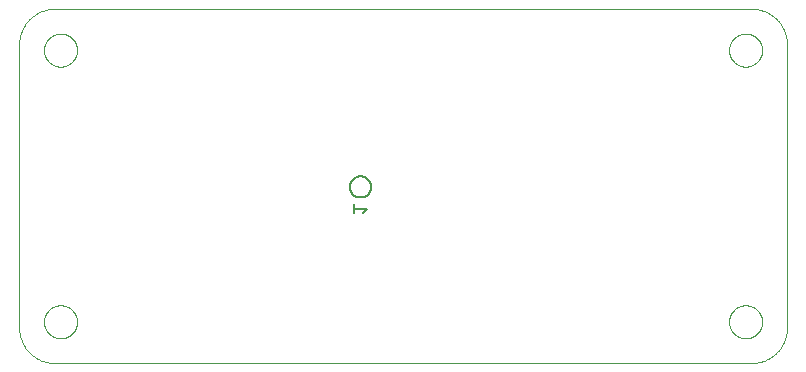
<source format=gbo>
G75*
%MOIN*%
%OFA0B0*%
%FSLAX25Y25*%
%IPPOS*%
%LPD*%
%AMOC8*
5,1,8,0,0,1.08239X$1,22.5*
%
%ADD10C,0.00000*%
%ADD11C,0.00500*%
D10*
X0016811Y0006117D02*
X0249094Y0006117D01*
X0249379Y0006120D01*
X0249665Y0006131D01*
X0249950Y0006148D01*
X0250234Y0006172D01*
X0250518Y0006203D01*
X0250801Y0006241D01*
X0251082Y0006286D01*
X0251363Y0006337D01*
X0251643Y0006395D01*
X0251921Y0006460D01*
X0252197Y0006532D01*
X0252471Y0006610D01*
X0252744Y0006695D01*
X0253014Y0006787D01*
X0253282Y0006885D01*
X0253548Y0006989D01*
X0253811Y0007100D01*
X0254071Y0007217D01*
X0254329Y0007340D01*
X0254583Y0007470D01*
X0254834Y0007606D01*
X0255082Y0007747D01*
X0255326Y0007895D01*
X0255567Y0008048D01*
X0255803Y0008208D01*
X0256036Y0008373D01*
X0256265Y0008543D01*
X0256490Y0008719D01*
X0256710Y0008901D01*
X0256926Y0009087D01*
X0257137Y0009279D01*
X0257344Y0009476D01*
X0257546Y0009678D01*
X0257743Y0009885D01*
X0257935Y0010096D01*
X0258121Y0010312D01*
X0258303Y0010532D01*
X0258479Y0010757D01*
X0258649Y0010986D01*
X0258814Y0011219D01*
X0258974Y0011455D01*
X0259127Y0011696D01*
X0259275Y0011940D01*
X0259416Y0012188D01*
X0259552Y0012439D01*
X0259682Y0012693D01*
X0259805Y0012951D01*
X0259922Y0013211D01*
X0260033Y0013474D01*
X0260137Y0013740D01*
X0260235Y0014008D01*
X0260327Y0014278D01*
X0260412Y0014551D01*
X0260490Y0014825D01*
X0260562Y0015101D01*
X0260627Y0015379D01*
X0260685Y0015659D01*
X0260736Y0015940D01*
X0260781Y0016221D01*
X0260819Y0016504D01*
X0260850Y0016788D01*
X0260874Y0017072D01*
X0260891Y0017357D01*
X0260902Y0017643D01*
X0260905Y0017928D01*
X0260906Y0017928D02*
X0260906Y0112416D01*
X0260905Y0112416D02*
X0260902Y0112701D01*
X0260891Y0112987D01*
X0260874Y0113272D01*
X0260850Y0113556D01*
X0260819Y0113840D01*
X0260781Y0114123D01*
X0260736Y0114404D01*
X0260685Y0114685D01*
X0260627Y0114965D01*
X0260562Y0115243D01*
X0260490Y0115519D01*
X0260412Y0115793D01*
X0260327Y0116066D01*
X0260235Y0116336D01*
X0260137Y0116604D01*
X0260033Y0116870D01*
X0259922Y0117133D01*
X0259805Y0117393D01*
X0259682Y0117651D01*
X0259552Y0117905D01*
X0259416Y0118156D01*
X0259275Y0118404D01*
X0259127Y0118648D01*
X0258974Y0118889D01*
X0258814Y0119125D01*
X0258649Y0119358D01*
X0258479Y0119587D01*
X0258303Y0119812D01*
X0258121Y0120032D01*
X0257935Y0120248D01*
X0257743Y0120459D01*
X0257546Y0120666D01*
X0257344Y0120868D01*
X0257137Y0121065D01*
X0256926Y0121257D01*
X0256710Y0121443D01*
X0256490Y0121625D01*
X0256265Y0121801D01*
X0256036Y0121971D01*
X0255803Y0122136D01*
X0255567Y0122296D01*
X0255326Y0122449D01*
X0255082Y0122597D01*
X0254834Y0122738D01*
X0254583Y0122874D01*
X0254329Y0123004D01*
X0254071Y0123127D01*
X0253811Y0123244D01*
X0253548Y0123355D01*
X0253282Y0123459D01*
X0253014Y0123557D01*
X0252744Y0123649D01*
X0252471Y0123734D01*
X0252197Y0123812D01*
X0251921Y0123884D01*
X0251643Y0123949D01*
X0251363Y0124007D01*
X0251082Y0124058D01*
X0250801Y0124103D01*
X0250518Y0124141D01*
X0250234Y0124172D01*
X0249950Y0124196D01*
X0249665Y0124213D01*
X0249379Y0124224D01*
X0249094Y0124227D01*
X0016811Y0124227D01*
X0016526Y0124224D01*
X0016240Y0124213D01*
X0015955Y0124196D01*
X0015671Y0124172D01*
X0015387Y0124141D01*
X0015104Y0124103D01*
X0014823Y0124058D01*
X0014542Y0124007D01*
X0014262Y0123949D01*
X0013984Y0123884D01*
X0013708Y0123812D01*
X0013434Y0123734D01*
X0013161Y0123649D01*
X0012891Y0123557D01*
X0012623Y0123459D01*
X0012357Y0123355D01*
X0012094Y0123244D01*
X0011834Y0123127D01*
X0011576Y0123004D01*
X0011322Y0122874D01*
X0011071Y0122738D01*
X0010823Y0122597D01*
X0010579Y0122449D01*
X0010338Y0122296D01*
X0010102Y0122136D01*
X0009869Y0121971D01*
X0009640Y0121801D01*
X0009415Y0121625D01*
X0009195Y0121443D01*
X0008979Y0121257D01*
X0008768Y0121065D01*
X0008561Y0120868D01*
X0008359Y0120666D01*
X0008162Y0120459D01*
X0007970Y0120248D01*
X0007784Y0120032D01*
X0007602Y0119812D01*
X0007426Y0119587D01*
X0007256Y0119358D01*
X0007091Y0119125D01*
X0006931Y0118889D01*
X0006778Y0118648D01*
X0006630Y0118404D01*
X0006489Y0118156D01*
X0006353Y0117905D01*
X0006223Y0117651D01*
X0006100Y0117393D01*
X0005983Y0117133D01*
X0005872Y0116870D01*
X0005768Y0116604D01*
X0005670Y0116336D01*
X0005578Y0116066D01*
X0005493Y0115793D01*
X0005415Y0115519D01*
X0005343Y0115243D01*
X0005278Y0114965D01*
X0005220Y0114685D01*
X0005169Y0114404D01*
X0005124Y0114123D01*
X0005086Y0113840D01*
X0005055Y0113556D01*
X0005031Y0113272D01*
X0005014Y0112987D01*
X0005003Y0112701D01*
X0005000Y0112416D01*
X0005000Y0017928D01*
X0005003Y0017643D01*
X0005014Y0017357D01*
X0005031Y0017072D01*
X0005055Y0016788D01*
X0005086Y0016504D01*
X0005124Y0016221D01*
X0005169Y0015940D01*
X0005220Y0015659D01*
X0005278Y0015379D01*
X0005343Y0015101D01*
X0005415Y0014825D01*
X0005493Y0014551D01*
X0005578Y0014278D01*
X0005670Y0014008D01*
X0005768Y0013740D01*
X0005872Y0013474D01*
X0005983Y0013211D01*
X0006100Y0012951D01*
X0006223Y0012693D01*
X0006353Y0012439D01*
X0006489Y0012188D01*
X0006630Y0011940D01*
X0006778Y0011696D01*
X0006931Y0011455D01*
X0007091Y0011219D01*
X0007256Y0010986D01*
X0007426Y0010757D01*
X0007602Y0010532D01*
X0007784Y0010312D01*
X0007970Y0010096D01*
X0008162Y0009885D01*
X0008359Y0009678D01*
X0008561Y0009476D01*
X0008768Y0009279D01*
X0008979Y0009087D01*
X0009195Y0008901D01*
X0009415Y0008719D01*
X0009640Y0008543D01*
X0009869Y0008373D01*
X0010102Y0008208D01*
X0010338Y0008048D01*
X0010579Y0007895D01*
X0010823Y0007747D01*
X0011071Y0007606D01*
X0011322Y0007470D01*
X0011576Y0007340D01*
X0011834Y0007217D01*
X0012094Y0007100D01*
X0012357Y0006989D01*
X0012623Y0006885D01*
X0012891Y0006787D01*
X0013161Y0006695D01*
X0013434Y0006610D01*
X0013708Y0006532D01*
X0013984Y0006460D01*
X0014262Y0006395D01*
X0014542Y0006337D01*
X0014823Y0006286D01*
X0015104Y0006241D01*
X0015387Y0006203D01*
X0015671Y0006172D01*
X0015955Y0006148D01*
X0016240Y0006131D01*
X0016526Y0006120D01*
X0016811Y0006117D01*
X0013268Y0019896D02*
X0013270Y0020044D01*
X0013276Y0020192D01*
X0013286Y0020340D01*
X0013300Y0020487D01*
X0013318Y0020634D01*
X0013339Y0020780D01*
X0013365Y0020926D01*
X0013395Y0021071D01*
X0013428Y0021215D01*
X0013466Y0021358D01*
X0013507Y0021500D01*
X0013552Y0021641D01*
X0013600Y0021781D01*
X0013653Y0021920D01*
X0013709Y0022057D01*
X0013769Y0022192D01*
X0013832Y0022326D01*
X0013899Y0022458D01*
X0013970Y0022588D01*
X0014044Y0022716D01*
X0014121Y0022842D01*
X0014202Y0022966D01*
X0014286Y0023088D01*
X0014373Y0023207D01*
X0014464Y0023324D01*
X0014558Y0023439D01*
X0014654Y0023551D01*
X0014754Y0023661D01*
X0014856Y0023767D01*
X0014962Y0023871D01*
X0015070Y0023972D01*
X0015181Y0024070D01*
X0015294Y0024166D01*
X0015410Y0024258D01*
X0015528Y0024347D01*
X0015649Y0024432D01*
X0015772Y0024515D01*
X0015897Y0024594D01*
X0016024Y0024670D01*
X0016153Y0024742D01*
X0016284Y0024811D01*
X0016417Y0024876D01*
X0016552Y0024937D01*
X0016688Y0024995D01*
X0016825Y0025050D01*
X0016964Y0025100D01*
X0017105Y0025147D01*
X0017246Y0025190D01*
X0017389Y0025230D01*
X0017533Y0025265D01*
X0017677Y0025297D01*
X0017823Y0025324D01*
X0017969Y0025348D01*
X0018116Y0025368D01*
X0018263Y0025384D01*
X0018410Y0025396D01*
X0018558Y0025404D01*
X0018706Y0025408D01*
X0018854Y0025408D01*
X0019002Y0025404D01*
X0019150Y0025396D01*
X0019297Y0025384D01*
X0019444Y0025368D01*
X0019591Y0025348D01*
X0019737Y0025324D01*
X0019883Y0025297D01*
X0020027Y0025265D01*
X0020171Y0025230D01*
X0020314Y0025190D01*
X0020455Y0025147D01*
X0020596Y0025100D01*
X0020735Y0025050D01*
X0020872Y0024995D01*
X0021008Y0024937D01*
X0021143Y0024876D01*
X0021276Y0024811D01*
X0021407Y0024742D01*
X0021536Y0024670D01*
X0021663Y0024594D01*
X0021788Y0024515D01*
X0021911Y0024432D01*
X0022032Y0024347D01*
X0022150Y0024258D01*
X0022266Y0024166D01*
X0022379Y0024070D01*
X0022490Y0023972D01*
X0022598Y0023871D01*
X0022704Y0023767D01*
X0022806Y0023661D01*
X0022906Y0023551D01*
X0023002Y0023439D01*
X0023096Y0023324D01*
X0023187Y0023207D01*
X0023274Y0023088D01*
X0023358Y0022966D01*
X0023439Y0022842D01*
X0023516Y0022716D01*
X0023590Y0022588D01*
X0023661Y0022458D01*
X0023728Y0022326D01*
X0023791Y0022192D01*
X0023851Y0022057D01*
X0023907Y0021920D01*
X0023960Y0021781D01*
X0024008Y0021641D01*
X0024053Y0021500D01*
X0024094Y0021358D01*
X0024132Y0021215D01*
X0024165Y0021071D01*
X0024195Y0020926D01*
X0024221Y0020780D01*
X0024242Y0020634D01*
X0024260Y0020487D01*
X0024274Y0020340D01*
X0024284Y0020192D01*
X0024290Y0020044D01*
X0024292Y0019896D01*
X0024290Y0019748D01*
X0024284Y0019600D01*
X0024274Y0019452D01*
X0024260Y0019305D01*
X0024242Y0019158D01*
X0024221Y0019012D01*
X0024195Y0018866D01*
X0024165Y0018721D01*
X0024132Y0018577D01*
X0024094Y0018434D01*
X0024053Y0018292D01*
X0024008Y0018151D01*
X0023960Y0018011D01*
X0023907Y0017872D01*
X0023851Y0017735D01*
X0023791Y0017600D01*
X0023728Y0017466D01*
X0023661Y0017334D01*
X0023590Y0017204D01*
X0023516Y0017076D01*
X0023439Y0016950D01*
X0023358Y0016826D01*
X0023274Y0016704D01*
X0023187Y0016585D01*
X0023096Y0016468D01*
X0023002Y0016353D01*
X0022906Y0016241D01*
X0022806Y0016131D01*
X0022704Y0016025D01*
X0022598Y0015921D01*
X0022490Y0015820D01*
X0022379Y0015722D01*
X0022266Y0015626D01*
X0022150Y0015534D01*
X0022032Y0015445D01*
X0021911Y0015360D01*
X0021788Y0015277D01*
X0021663Y0015198D01*
X0021536Y0015122D01*
X0021407Y0015050D01*
X0021276Y0014981D01*
X0021143Y0014916D01*
X0021008Y0014855D01*
X0020872Y0014797D01*
X0020735Y0014742D01*
X0020596Y0014692D01*
X0020455Y0014645D01*
X0020314Y0014602D01*
X0020171Y0014562D01*
X0020027Y0014527D01*
X0019883Y0014495D01*
X0019737Y0014468D01*
X0019591Y0014444D01*
X0019444Y0014424D01*
X0019297Y0014408D01*
X0019150Y0014396D01*
X0019002Y0014388D01*
X0018854Y0014384D01*
X0018706Y0014384D01*
X0018558Y0014388D01*
X0018410Y0014396D01*
X0018263Y0014408D01*
X0018116Y0014424D01*
X0017969Y0014444D01*
X0017823Y0014468D01*
X0017677Y0014495D01*
X0017533Y0014527D01*
X0017389Y0014562D01*
X0017246Y0014602D01*
X0017105Y0014645D01*
X0016964Y0014692D01*
X0016825Y0014742D01*
X0016688Y0014797D01*
X0016552Y0014855D01*
X0016417Y0014916D01*
X0016284Y0014981D01*
X0016153Y0015050D01*
X0016024Y0015122D01*
X0015897Y0015198D01*
X0015772Y0015277D01*
X0015649Y0015360D01*
X0015528Y0015445D01*
X0015410Y0015534D01*
X0015294Y0015626D01*
X0015181Y0015722D01*
X0015070Y0015820D01*
X0014962Y0015921D01*
X0014856Y0016025D01*
X0014754Y0016131D01*
X0014654Y0016241D01*
X0014558Y0016353D01*
X0014464Y0016468D01*
X0014373Y0016585D01*
X0014286Y0016704D01*
X0014202Y0016826D01*
X0014121Y0016950D01*
X0014044Y0017076D01*
X0013970Y0017204D01*
X0013899Y0017334D01*
X0013832Y0017466D01*
X0013769Y0017600D01*
X0013709Y0017735D01*
X0013653Y0017872D01*
X0013600Y0018011D01*
X0013552Y0018151D01*
X0013507Y0018292D01*
X0013466Y0018434D01*
X0013428Y0018577D01*
X0013395Y0018721D01*
X0013365Y0018866D01*
X0013339Y0019012D01*
X0013318Y0019158D01*
X0013300Y0019305D01*
X0013286Y0019452D01*
X0013276Y0019600D01*
X0013270Y0019748D01*
X0013268Y0019896D01*
X0013268Y0110447D02*
X0013270Y0110595D01*
X0013276Y0110743D01*
X0013286Y0110891D01*
X0013300Y0111038D01*
X0013318Y0111185D01*
X0013339Y0111331D01*
X0013365Y0111477D01*
X0013395Y0111622D01*
X0013428Y0111766D01*
X0013466Y0111909D01*
X0013507Y0112051D01*
X0013552Y0112192D01*
X0013600Y0112332D01*
X0013653Y0112471D01*
X0013709Y0112608D01*
X0013769Y0112743D01*
X0013832Y0112877D01*
X0013899Y0113009D01*
X0013970Y0113139D01*
X0014044Y0113267D01*
X0014121Y0113393D01*
X0014202Y0113517D01*
X0014286Y0113639D01*
X0014373Y0113758D01*
X0014464Y0113875D01*
X0014558Y0113990D01*
X0014654Y0114102D01*
X0014754Y0114212D01*
X0014856Y0114318D01*
X0014962Y0114422D01*
X0015070Y0114523D01*
X0015181Y0114621D01*
X0015294Y0114717D01*
X0015410Y0114809D01*
X0015528Y0114898D01*
X0015649Y0114983D01*
X0015772Y0115066D01*
X0015897Y0115145D01*
X0016024Y0115221D01*
X0016153Y0115293D01*
X0016284Y0115362D01*
X0016417Y0115427D01*
X0016552Y0115488D01*
X0016688Y0115546D01*
X0016825Y0115601D01*
X0016964Y0115651D01*
X0017105Y0115698D01*
X0017246Y0115741D01*
X0017389Y0115781D01*
X0017533Y0115816D01*
X0017677Y0115848D01*
X0017823Y0115875D01*
X0017969Y0115899D01*
X0018116Y0115919D01*
X0018263Y0115935D01*
X0018410Y0115947D01*
X0018558Y0115955D01*
X0018706Y0115959D01*
X0018854Y0115959D01*
X0019002Y0115955D01*
X0019150Y0115947D01*
X0019297Y0115935D01*
X0019444Y0115919D01*
X0019591Y0115899D01*
X0019737Y0115875D01*
X0019883Y0115848D01*
X0020027Y0115816D01*
X0020171Y0115781D01*
X0020314Y0115741D01*
X0020455Y0115698D01*
X0020596Y0115651D01*
X0020735Y0115601D01*
X0020872Y0115546D01*
X0021008Y0115488D01*
X0021143Y0115427D01*
X0021276Y0115362D01*
X0021407Y0115293D01*
X0021536Y0115221D01*
X0021663Y0115145D01*
X0021788Y0115066D01*
X0021911Y0114983D01*
X0022032Y0114898D01*
X0022150Y0114809D01*
X0022266Y0114717D01*
X0022379Y0114621D01*
X0022490Y0114523D01*
X0022598Y0114422D01*
X0022704Y0114318D01*
X0022806Y0114212D01*
X0022906Y0114102D01*
X0023002Y0113990D01*
X0023096Y0113875D01*
X0023187Y0113758D01*
X0023274Y0113639D01*
X0023358Y0113517D01*
X0023439Y0113393D01*
X0023516Y0113267D01*
X0023590Y0113139D01*
X0023661Y0113009D01*
X0023728Y0112877D01*
X0023791Y0112743D01*
X0023851Y0112608D01*
X0023907Y0112471D01*
X0023960Y0112332D01*
X0024008Y0112192D01*
X0024053Y0112051D01*
X0024094Y0111909D01*
X0024132Y0111766D01*
X0024165Y0111622D01*
X0024195Y0111477D01*
X0024221Y0111331D01*
X0024242Y0111185D01*
X0024260Y0111038D01*
X0024274Y0110891D01*
X0024284Y0110743D01*
X0024290Y0110595D01*
X0024292Y0110447D01*
X0024290Y0110299D01*
X0024284Y0110151D01*
X0024274Y0110003D01*
X0024260Y0109856D01*
X0024242Y0109709D01*
X0024221Y0109563D01*
X0024195Y0109417D01*
X0024165Y0109272D01*
X0024132Y0109128D01*
X0024094Y0108985D01*
X0024053Y0108843D01*
X0024008Y0108702D01*
X0023960Y0108562D01*
X0023907Y0108423D01*
X0023851Y0108286D01*
X0023791Y0108151D01*
X0023728Y0108017D01*
X0023661Y0107885D01*
X0023590Y0107755D01*
X0023516Y0107627D01*
X0023439Y0107501D01*
X0023358Y0107377D01*
X0023274Y0107255D01*
X0023187Y0107136D01*
X0023096Y0107019D01*
X0023002Y0106904D01*
X0022906Y0106792D01*
X0022806Y0106682D01*
X0022704Y0106576D01*
X0022598Y0106472D01*
X0022490Y0106371D01*
X0022379Y0106273D01*
X0022266Y0106177D01*
X0022150Y0106085D01*
X0022032Y0105996D01*
X0021911Y0105911D01*
X0021788Y0105828D01*
X0021663Y0105749D01*
X0021536Y0105673D01*
X0021407Y0105601D01*
X0021276Y0105532D01*
X0021143Y0105467D01*
X0021008Y0105406D01*
X0020872Y0105348D01*
X0020735Y0105293D01*
X0020596Y0105243D01*
X0020455Y0105196D01*
X0020314Y0105153D01*
X0020171Y0105113D01*
X0020027Y0105078D01*
X0019883Y0105046D01*
X0019737Y0105019D01*
X0019591Y0104995D01*
X0019444Y0104975D01*
X0019297Y0104959D01*
X0019150Y0104947D01*
X0019002Y0104939D01*
X0018854Y0104935D01*
X0018706Y0104935D01*
X0018558Y0104939D01*
X0018410Y0104947D01*
X0018263Y0104959D01*
X0018116Y0104975D01*
X0017969Y0104995D01*
X0017823Y0105019D01*
X0017677Y0105046D01*
X0017533Y0105078D01*
X0017389Y0105113D01*
X0017246Y0105153D01*
X0017105Y0105196D01*
X0016964Y0105243D01*
X0016825Y0105293D01*
X0016688Y0105348D01*
X0016552Y0105406D01*
X0016417Y0105467D01*
X0016284Y0105532D01*
X0016153Y0105601D01*
X0016024Y0105673D01*
X0015897Y0105749D01*
X0015772Y0105828D01*
X0015649Y0105911D01*
X0015528Y0105996D01*
X0015410Y0106085D01*
X0015294Y0106177D01*
X0015181Y0106273D01*
X0015070Y0106371D01*
X0014962Y0106472D01*
X0014856Y0106576D01*
X0014754Y0106682D01*
X0014654Y0106792D01*
X0014558Y0106904D01*
X0014464Y0107019D01*
X0014373Y0107136D01*
X0014286Y0107255D01*
X0014202Y0107377D01*
X0014121Y0107501D01*
X0014044Y0107627D01*
X0013970Y0107755D01*
X0013899Y0107885D01*
X0013832Y0108017D01*
X0013769Y0108151D01*
X0013709Y0108286D01*
X0013653Y0108423D01*
X0013600Y0108562D01*
X0013552Y0108702D01*
X0013507Y0108843D01*
X0013466Y0108985D01*
X0013428Y0109128D01*
X0013395Y0109272D01*
X0013365Y0109417D01*
X0013339Y0109563D01*
X0013318Y0109709D01*
X0013300Y0109856D01*
X0013286Y0110003D01*
X0013276Y0110151D01*
X0013270Y0110299D01*
X0013268Y0110447D01*
X0241614Y0110447D02*
X0241616Y0110595D01*
X0241622Y0110743D01*
X0241632Y0110891D01*
X0241646Y0111038D01*
X0241664Y0111185D01*
X0241685Y0111331D01*
X0241711Y0111477D01*
X0241741Y0111622D01*
X0241774Y0111766D01*
X0241812Y0111909D01*
X0241853Y0112051D01*
X0241898Y0112192D01*
X0241946Y0112332D01*
X0241999Y0112471D01*
X0242055Y0112608D01*
X0242115Y0112743D01*
X0242178Y0112877D01*
X0242245Y0113009D01*
X0242316Y0113139D01*
X0242390Y0113267D01*
X0242467Y0113393D01*
X0242548Y0113517D01*
X0242632Y0113639D01*
X0242719Y0113758D01*
X0242810Y0113875D01*
X0242904Y0113990D01*
X0243000Y0114102D01*
X0243100Y0114212D01*
X0243202Y0114318D01*
X0243308Y0114422D01*
X0243416Y0114523D01*
X0243527Y0114621D01*
X0243640Y0114717D01*
X0243756Y0114809D01*
X0243874Y0114898D01*
X0243995Y0114983D01*
X0244118Y0115066D01*
X0244243Y0115145D01*
X0244370Y0115221D01*
X0244499Y0115293D01*
X0244630Y0115362D01*
X0244763Y0115427D01*
X0244898Y0115488D01*
X0245034Y0115546D01*
X0245171Y0115601D01*
X0245310Y0115651D01*
X0245451Y0115698D01*
X0245592Y0115741D01*
X0245735Y0115781D01*
X0245879Y0115816D01*
X0246023Y0115848D01*
X0246169Y0115875D01*
X0246315Y0115899D01*
X0246462Y0115919D01*
X0246609Y0115935D01*
X0246756Y0115947D01*
X0246904Y0115955D01*
X0247052Y0115959D01*
X0247200Y0115959D01*
X0247348Y0115955D01*
X0247496Y0115947D01*
X0247643Y0115935D01*
X0247790Y0115919D01*
X0247937Y0115899D01*
X0248083Y0115875D01*
X0248229Y0115848D01*
X0248373Y0115816D01*
X0248517Y0115781D01*
X0248660Y0115741D01*
X0248801Y0115698D01*
X0248942Y0115651D01*
X0249081Y0115601D01*
X0249218Y0115546D01*
X0249354Y0115488D01*
X0249489Y0115427D01*
X0249622Y0115362D01*
X0249753Y0115293D01*
X0249882Y0115221D01*
X0250009Y0115145D01*
X0250134Y0115066D01*
X0250257Y0114983D01*
X0250378Y0114898D01*
X0250496Y0114809D01*
X0250612Y0114717D01*
X0250725Y0114621D01*
X0250836Y0114523D01*
X0250944Y0114422D01*
X0251050Y0114318D01*
X0251152Y0114212D01*
X0251252Y0114102D01*
X0251348Y0113990D01*
X0251442Y0113875D01*
X0251533Y0113758D01*
X0251620Y0113639D01*
X0251704Y0113517D01*
X0251785Y0113393D01*
X0251862Y0113267D01*
X0251936Y0113139D01*
X0252007Y0113009D01*
X0252074Y0112877D01*
X0252137Y0112743D01*
X0252197Y0112608D01*
X0252253Y0112471D01*
X0252306Y0112332D01*
X0252354Y0112192D01*
X0252399Y0112051D01*
X0252440Y0111909D01*
X0252478Y0111766D01*
X0252511Y0111622D01*
X0252541Y0111477D01*
X0252567Y0111331D01*
X0252588Y0111185D01*
X0252606Y0111038D01*
X0252620Y0110891D01*
X0252630Y0110743D01*
X0252636Y0110595D01*
X0252638Y0110447D01*
X0252636Y0110299D01*
X0252630Y0110151D01*
X0252620Y0110003D01*
X0252606Y0109856D01*
X0252588Y0109709D01*
X0252567Y0109563D01*
X0252541Y0109417D01*
X0252511Y0109272D01*
X0252478Y0109128D01*
X0252440Y0108985D01*
X0252399Y0108843D01*
X0252354Y0108702D01*
X0252306Y0108562D01*
X0252253Y0108423D01*
X0252197Y0108286D01*
X0252137Y0108151D01*
X0252074Y0108017D01*
X0252007Y0107885D01*
X0251936Y0107755D01*
X0251862Y0107627D01*
X0251785Y0107501D01*
X0251704Y0107377D01*
X0251620Y0107255D01*
X0251533Y0107136D01*
X0251442Y0107019D01*
X0251348Y0106904D01*
X0251252Y0106792D01*
X0251152Y0106682D01*
X0251050Y0106576D01*
X0250944Y0106472D01*
X0250836Y0106371D01*
X0250725Y0106273D01*
X0250612Y0106177D01*
X0250496Y0106085D01*
X0250378Y0105996D01*
X0250257Y0105911D01*
X0250134Y0105828D01*
X0250009Y0105749D01*
X0249882Y0105673D01*
X0249753Y0105601D01*
X0249622Y0105532D01*
X0249489Y0105467D01*
X0249354Y0105406D01*
X0249218Y0105348D01*
X0249081Y0105293D01*
X0248942Y0105243D01*
X0248801Y0105196D01*
X0248660Y0105153D01*
X0248517Y0105113D01*
X0248373Y0105078D01*
X0248229Y0105046D01*
X0248083Y0105019D01*
X0247937Y0104995D01*
X0247790Y0104975D01*
X0247643Y0104959D01*
X0247496Y0104947D01*
X0247348Y0104939D01*
X0247200Y0104935D01*
X0247052Y0104935D01*
X0246904Y0104939D01*
X0246756Y0104947D01*
X0246609Y0104959D01*
X0246462Y0104975D01*
X0246315Y0104995D01*
X0246169Y0105019D01*
X0246023Y0105046D01*
X0245879Y0105078D01*
X0245735Y0105113D01*
X0245592Y0105153D01*
X0245451Y0105196D01*
X0245310Y0105243D01*
X0245171Y0105293D01*
X0245034Y0105348D01*
X0244898Y0105406D01*
X0244763Y0105467D01*
X0244630Y0105532D01*
X0244499Y0105601D01*
X0244370Y0105673D01*
X0244243Y0105749D01*
X0244118Y0105828D01*
X0243995Y0105911D01*
X0243874Y0105996D01*
X0243756Y0106085D01*
X0243640Y0106177D01*
X0243527Y0106273D01*
X0243416Y0106371D01*
X0243308Y0106472D01*
X0243202Y0106576D01*
X0243100Y0106682D01*
X0243000Y0106792D01*
X0242904Y0106904D01*
X0242810Y0107019D01*
X0242719Y0107136D01*
X0242632Y0107255D01*
X0242548Y0107377D01*
X0242467Y0107501D01*
X0242390Y0107627D01*
X0242316Y0107755D01*
X0242245Y0107885D01*
X0242178Y0108017D01*
X0242115Y0108151D01*
X0242055Y0108286D01*
X0241999Y0108423D01*
X0241946Y0108562D01*
X0241898Y0108702D01*
X0241853Y0108843D01*
X0241812Y0108985D01*
X0241774Y0109128D01*
X0241741Y0109272D01*
X0241711Y0109417D01*
X0241685Y0109563D01*
X0241664Y0109709D01*
X0241646Y0109856D01*
X0241632Y0110003D01*
X0241622Y0110151D01*
X0241616Y0110299D01*
X0241614Y0110447D01*
X0241614Y0019896D02*
X0241616Y0020044D01*
X0241622Y0020192D01*
X0241632Y0020340D01*
X0241646Y0020487D01*
X0241664Y0020634D01*
X0241685Y0020780D01*
X0241711Y0020926D01*
X0241741Y0021071D01*
X0241774Y0021215D01*
X0241812Y0021358D01*
X0241853Y0021500D01*
X0241898Y0021641D01*
X0241946Y0021781D01*
X0241999Y0021920D01*
X0242055Y0022057D01*
X0242115Y0022192D01*
X0242178Y0022326D01*
X0242245Y0022458D01*
X0242316Y0022588D01*
X0242390Y0022716D01*
X0242467Y0022842D01*
X0242548Y0022966D01*
X0242632Y0023088D01*
X0242719Y0023207D01*
X0242810Y0023324D01*
X0242904Y0023439D01*
X0243000Y0023551D01*
X0243100Y0023661D01*
X0243202Y0023767D01*
X0243308Y0023871D01*
X0243416Y0023972D01*
X0243527Y0024070D01*
X0243640Y0024166D01*
X0243756Y0024258D01*
X0243874Y0024347D01*
X0243995Y0024432D01*
X0244118Y0024515D01*
X0244243Y0024594D01*
X0244370Y0024670D01*
X0244499Y0024742D01*
X0244630Y0024811D01*
X0244763Y0024876D01*
X0244898Y0024937D01*
X0245034Y0024995D01*
X0245171Y0025050D01*
X0245310Y0025100D01*
X0245451Y0025147D01*
X0245592Y0025190D01*
X0245735Y0025230D01*
X0245879Y0025265D01*
X0246023Y0025297D01*
X0246169Y0025324D01*
X0246315Y0025348D01*
X0246462Y0025368D01*
X0246609Y0025384D01*
X0246756Y0025396D01*
X0246904Y0025404D01*
X0247052Y0025408D01*
X0247200Y0025408D01*
X0247348Y0025404D01*
X0247496Y0025396D01*
X0247643Y0025384D01*
X0247790Y0025368D01*
X0247937Y0025348D01*
X0248083Y0025324D01*
X0248229Y0025297D01*
X0248373Y0025265D01*
X0248517Y0025230D01*
X0248660Y0025190D01*
X0248801Y0025147D01*
X0248942Y0025100D01*
X0249081Y0025050D01*
X0249218Y0024995D01*
X0249354Y0024937D01*
X0249489Y0024876D01*
X0249622Y0024811D01*
X0249753Y0024742D01*
X0249882Y0024670D01*
X0250009Y0024594D01*
X0250134Y0024515D01*
X0250257Y0024432D01*
X0250378Y0024347D01*
X0250496Y0024258D01*
X0250612Y0024166D01*
X0250725Y0024070D01*
X0250836Y0023972D01*
X0250944Y0023871D01*
X0251050Y0023767D01*
X0251152Y0023661D01*
X0251252Y0023551D01*
X0251348Y0023439D01*
X0251442Y0023324D01*
X0251533Y0023207D01*
X0251620Y0023088D01*
X0251704Y0022966D01*
X0251785Y0022842D01*
X0251862Y0022716D01*
X0251936Y0022588D01*
X0252007Y0022458D01*
X0252074Y0022326D01*
X0252137Y0022192D01*
X0252197Y0022057D01*
X0252253Y0021920D01*
X0252306Y0021781D01*
X0252354Y0021641D01*
X0252399Y0021500D01*
X0252440Y0021358D01*
X0252478Y0021215D01*
X0252511Y0021071D01*
X0252541Y0020926D01*
X0252567Y0020780D01*
X0252588Y0020634D01*
X0252606Y0020487D01*
X0252620Y0020340D01*
X0252630Y0020192D01*
X0252636Y0020044D01*
X0252638Y0019896D01*
X0252636Y0019748D01*
X0252630Y0019600D01*
X0252620Y0019452D01*
X0252606Y0019305D01*
X0252588Y0019158D01*
X0252567Y0019012D01*
X0252541Y0018866D01*
X0252511Y0018721D01*
X0252478Y0018577D01*
X0252440Y0018434D01*
X0252399Y0018292D01*
X0252354Y0018151D01*
X0252306Y0018011D01*
X0252253Y0017872D01*
X0252197Y0017735D01*
X0252137Y0017600D01*
X0252074Y0017466D01*
X0252007Y0017334D01*
X0251936Y0017204D01*
X0251862Y0017076D01*
X0251785Y0016950D01*
X0251704Y0016826D01*
X0251620Y0016704D01*
X0251533Y0016585D01*
X0251442Y0016468D01*
X0251348Y0016353D01*
X0251252Y0016241D01*
X0251152Y0016131D01*
X0251050Y0016025D01*
X0250944Y0015921D01*
X0250836Y0015820D01*
X0250725Y0015722D01*
X0250612Y0015626D01*
X0250496Y0015534D01*
X0250378Y0015445D01*
X0250257Y0015360D01*
X0250134Y0015277D01*
X0250009Y0015198D01*
X0249882Y0015122D01*
X0249753Y0015050D01*
X0249622Y0014981D01*
X0249489Y0014916D01*
X0249354Y0014855D01*
X0249218Y0014797D01*
X0249081Y0014742D01*
X0248942Y0014692D01*
X0248801Y0014645D01*
X0248660Y0014602D01*
X0248517Y0014562D01*
X0248373Y0014527D01*
X0248229Y0014495D01*
X0248083Y0014468D01*
X0247937Y0014444D01*
X0247790Y0014424D01*
X0247643Y0014408D01*
X0247496Y0014396D01*
X0247348Y0014388D01*
X0247200Y0014384D01*
X0247052Y0014384D01*
X0246904Y0014388D01*
X0246756Y0014396D01*
X0246609Y0014408D01*
X0246462Y0014424D01*
X0246315Y0014444D01*
X0246169Y0014468D01*
X0246023Y0014495D01*
X0245879Y0014527D01*
X0245735Y0014562D01*
X0245592Y0014602D01*
X0245451Y0014645D01*
X0245310Y0014692D01*
X0245171Y0014742D01*
X0245034Y0014797D01*
X0244898Y0014855D01*
X0244763Y0014916D01*
X0244630Y0014981D01*
X0244499Y0015050D01*
X0244370Y0015122D01*
X0244243Y0015198D01*
X0244118Y0015277D01*
X0243995Y0015360D01*
X0243874Y0015445D01*
X0243756Y0015534D01*
X0243640Y0015626D01*
X0243527Y0015722D01*
X0243416Y0015820D01*
X0243308Y0015921D01*
X0243202Y0016025D01*
X0243100Y0016131D01*
X0243000Y0016241D01*
X0242904Y0016353D01*
X0242810Y0016468D01*
X0242719Y0016585D01*
X0242632Y0016704D01*
X0242548Y0016826D01*
X0242467Y0016950D01*
X0242390Y0017076D01*
X0242316Y0017204D01*
X0242245Y0017334D01*
X0242178Y0017466D01*
X0242115Y0017600D01*
X0242055Y0017735D01*
X0241999Y0017872D01*
X0241946Y0018011D01*
X0241898Y0018151D01*
X0241853Y0018292D01*
X0241812Y0018434D01*
X0241774Y0018577D01*
X0241741Y0018721D01*
X0241711Y0018866D01*
X0241685Y0019012D01*
X0241664Y0019158D01*
X0241646Y0019305D01*
X0241632Y0019452D01*
X0241622Y0019600D01*
X0241616Y0019748D01*
X0241614Y0019896D01*
D11*
X0121004Y0057514D02*
X0116500Y0057514D01*
X0116500Y0056013D02*
X0116500Y0059015D01*
X0119503Y0056013D02*
X0121004Y0057514D01*
X0115214Y0064867D02*
X0115216Y0064986D01*
X0115222Y0065104D01*
X0115232Y0065223D01*
X0115246Y0065341D01*
X0115264Y0065458D01*
X0115286Y0065575D01*
X0115311Y0065691D01*
X0115341Y0065806D01*
X0115374Y0065920D01*
X0115412Y0066033D01*
X0115453Y0066144D01*
X0115498Y0066254D01*
X0115546Y0066363D01*
X0115598Y0066470D01*
X0115654Y0066575D01*
X0115713Y0066678D01*
X0115775Y0066779D01*
X0115841Y0066878D01*
X0115910Y0066974D01*
X0115983Y0067068D01*
X0116058Y0067160D01*
X0116137Y0067249D01*
X0116218Y0067336D01*
X0116303Y0067419D01*
X0116390Y0067500D01*
X0116480Y0067578D01*
X0116572Y0067653D01*
X0116667Y0067724D01*
X0116764Y0067793D01*
X0116863Y0067858D01*
X0116965Y0067919D01*
X0117068Y0067978D01*
X0117174Y0068032D01*
X0117281Y0068083D01*
X0117390Y0068131D01*
X0117500Y0068175D01*
X0117612Y0068215D01*
X0117725Y0068251D01*
X0117840Y0068284D01*
X0117955Y0068312D01*
X0118071Y0068337D01*
X0118188Y0068358D01*
X0118306Y0068375D01*
X0118424Y0068388D01*
X0118542Y0068397D01*
X0118661Y0068402D01*
X0118780Y0068403D01*
X0118898Y0068400D01*
X0119017Y0068393D01*
X0119135Y0068382D01*
X0119253Y0068367D01*
X0119371Y0068348D01*
X0119487Y0068325D01*
X0119603Y0068299D01*
X0119718Y0068268D01*
X0119831Y0068234D01*
X0119944Y0068195D01*
X0120055Y0068153D01*
X0120165Y0068108D01*
X0120273Y0068058D01*
X0120379Y0068005D01*
X0120484Y0067949D01*
X0120586Y0067889D01*
X0120687Y0067826D01*
X0120785Y0067759D01*
X0120881Y0067689D01*
X0120975Y0067616D01*
X0121066Y0067539D01*
X0121154Y0067460D01*
X0121240Y0067378D01*
X0121323Y0067293D01*
X0121403Y0067205D01*
X0121480Y0067115D01*
X0121554Y0067022D01*
X0121625Y0066926D01*
X0121692Y0066828D01*
X0121756Y0066728D01*
X0121817Y0066626D01*
X0121875Y0066522D01*
X0121928Y0066416D01*
X0121979Y0066309D01*
X0122025Y0066200D01*
X0122068Y0066089D01*
X0122107Y0065977D01*
X0122143Y0065863D01*
X0122174Y0065749D01*
X0122202Y0065633D01*
X0122226Y0065517D01*
X0122246Y0065400D01*
X0122262Y0065282D01*
X0122274Y0065164D01*
X0122282Y0065045D01*
X0122286Y0064926D01*
X0122286Y0064808D01*
X0122282Y0064689D01*
X0122274Y0064570D01*
X0122262Y0064452D01*
X0122246Y0064334D01*
X0122226Y0064217D01*
X0122202Y0064101D01*
X0122174Y0063985D01*
X0122143Y0063871D01*
X0122107Y0063757D01*
X0122068Y0063645D01*
X0122025Y0063534D01*
X0121979Y0063425D01*
X0121928Y0063318D01*
X0121875Y0063212D01*
X0121817Y0063108D01*
X0121756Y0063006D01*
X0121692Y0062906D01*
X0121625Y0062808D01*
X0121554Y0062712D01*
X0121480Y0062619D01*
X0121403Y0062529D01*
X0121323Y0062441D01*
X0121240Y0062356D01*
X0121154Y0062274D01*
X0121066Y0062195D01*
X0120975Y0062118D01*
X0120881Y0062045D01*
X0120785Y0061975D01*
X0120687Y0061908D01*
X0120586Y0061845D01*
X0120484Y0061785D01*
X0120379Y0061729D01*
X0120273Y0061676D01*
X0120165Y0061626D01*
X0120055Y0061581D01*
X0119944Y0061539D01*
X0119831Y0061500D01*
X0119718Y0061466D01*
X0119603Y0061435D01*
X0119487Y0061409D01*
X0119371Y0061386D01*
X0119253Y0061367D01*
X0119135Y0061352D01*
X0119017Y0061341D01*
X0118898Y0061334D01*
X0118780Y0061331D01*
X0118661Y0061332D01*
X0118542Y0061337D01*
X0118424Y0061346D01*
X0118306Y0061359D01*
X0118188Y0061376D01*
X0118071Y0061397D01*
X0117955Y0061422D01*
X0117840Y0061450D01*
X0117725Y0061483D01*
X0117612Y0061519D01*
X0117500Y0061559D01*
X0117390Y0061603D01*
X0117281Y0061651D01*
X0117174Y0061702D01*
X0117068Y0061756D01*
X0116965Y0061815D01*
X0116863Y0061876D01*
X0116764Y0061941D01*
X0116667Y0062010D01*
X0116572Y0062081D01*
X0116480Y0062156D01*
X0116390Y0062234D01*
X0116303Y0062315D01*
X0116218Y0062398D01*
X0116137Y0062485D01*
X0116058Y0062574D01*
X0115983Y0062666D01*
X0115910Y0062760D01*
X0115841Y0062856D01*
X0115775Y0062955D01*
X0115713Y0063056D01*
X0115654Y0063159D01*
X0115598Y0063264D01*
X0115546Y0063371D01*
X0115498Y0063480D01*
X0115453Y0063590D01*
X0115412Y0063701D01*
X0115374Y0063814D01*
X0115341Y0063928D01*
X0115311Y0064043D01*
X0115286Y0064159D01*
X0115264Y0064276D01*
X0115246Y0064393D01*
X0115232Y0064511D01*
X0115222Y0064630D01*
X0115216Y0064748D01*
X0115214Y0064867D01*
M02*

</source>
